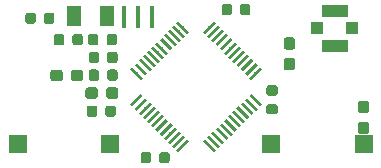
<source format=gtp>
G04 #@! TF.GenerationSoftware,KiCad,Pcbnew,6.0.0-rc1-unknown-a6325aa~66~ubuntu18.04.1*
G04 #@! TF.CreationDate,2018-09-11T11:38:00+02:00*
G04 #@! TF.ProjectId,STM32_Sensor,53544D33325F53656E736F722E6B6963,rev?*
G04 #@! TF.SameCoordinates,Original*
G04 #@! TF.FileFunction,Paste,Top*
G04 #@! TF.FilePolarity,Positive*
%FSLAX46Y46*%
G04 Gerber Fmt 4.6, Leading zero omitted, Abs format (unit mm)*
G04 Created by KiCad (PCBNEW 6.0.0-rc1-unknown-a6325aa~66~ubuntu18.04.1) date Tue Sep 11 11:38:00 2018*
%MOMM*%
%LPD*%
G01*
G04 APERTURE LIST*
%ADD10R,1.500000X1.500000*%
%ADD11C,0.100000*%
%ADD12C,0.950000*%
%ADD13R,0.400000X1.900000*%
%ADD14C,0.875000*%
%ADD15C,0.250000*%
%ADD16R,1.300000X1.800000*%
%ADD17R,2.200000X1.050000*%
%ADD18R,1.000000X1.000000*%
G04 APERTURE END LIST*
D10*
G04 #@! TO.C,SW2*
X159300000Y-105600000D03*
X151500000Y-105600000D03*
G04 #@! TD*
D11*
G04 #@! TO.C,R4*
G36*
X133625779Y-99306144D02*
X133648834Y-99309563D01*
X133671443Y-99315227D01*
X133693387Y-99323079D01*
X133714457Y-99333044D01*
X133734448Y-99345026D01*
X133753168Y-99358910D01*
X133770438Y-99374562D01*
X133786090Y-99391832D01*
X133799974Y-99410552D01*
X133811956Y-99430543D01*
X133821921Y-99451613D01*
X133829773Y-99473557D01*
X133835437Y-99496166D01*
X133838856Y-99519221D01*
X133840000Y-99542500D01*
X133840000Y-100017500D01*
X133838856Y-100040779D01*
X133835437Y-100063834D01*
X133829773Y-100086443D01*
X133821921Y-100108387D01*
X133811956Y-100129457D01*
X133799974Y-100149448D01*
X133786090Y-100168168D01*
X133770438Y-100185438D01*
X133753168Y-100201090D01*
X133734448Y-100214974D01*
X133714457Y-100226956D01*
X133693387Y-100236921D01*
X133671443Y-100244773D01*
X133648834Y-100250437D01*
X133625779Y-100253856D01*
X133602500Y-100255000D01*
X133027500Y-100255000D01*
X133004221Y-100253856D01*
X132981166Y-100250437D01*
X132958557Y-100244773D01*
X132936613Y-100236921D01*
X132915543Y-100226956D01*
X132895552Y-100214974D01*
X132876832Y-100201090D01*
X132859562Y-100185438D01*
X132843910Y-100168168D01*
X132830026Y-100149448D01*
X132818044Y-100129457D01*
X132808079Y-100108387D01*
X132800227Y-100086443D01*
X132794563Y-100063834D01*
X132791144Y-100040779D01*
X132790000Y-100017500D01*
X132790000Y-99542500D01*
X132791144Y-99519221D01*
X132794563Y-99496166D01*
X132800227Y-99473557D01*
X132808079Y-99451613D01*
X132818044Y-99430543D01*
X132830026Y-99410552D01*
X132843910Y-99391832D01*
X132859562Y-99374562D01*
X132876832Y-99358910D01*
X132895552Y-99345026D01*
X132915543Y-99333044D01*
X132936613Y-99323079D01*
X132958557Y-99315227D01*
X132981166Y-99309563D01*
X133004221Y-99306144D01*
X133027500Y-99305000D01*
X133602500Y-99305000D01*
X133625779Y-99306144D01*
X133625779Y-99306144D01*
G37*
D12*
X133315000Y-99780000D03*
D11*
G36*
X135375779Y-99306144D02*
X135398834Y-99309563D01*
X135421443Y-99315227D01*
X135443387Y-99323079D01*
X135464457Y-99333044D01*
X135484448Y-99345026D01*
X135503168Y-99358910D01*
X135520438Y-99374562D01*
X135536090Y-99391832D01*
X135549974Y-99410552D01*
X135561956Y-99430543D01*
X135571921Y-99451613D01*
X135579773Y-99473557D01*
X135585437Y-99496166D01*
X135588856Y-99519221D01*
X135590000Y-99542500D01*
X135590000Y-100017500D01*
X135588856Y-100040779D01*
X135585437Y-100063834D01*
X135579773Y-100086443D01*
X135571921Y-100108387D01*
X135561956Y-100129457D01*
X135549974Y-100149448D01*
X135536090Y-100168168D01*
X135520438Y-100185438D01*
X135503168Y-100201090D01*
X135484448Y-100214974D01*
X135464457Y-100226956D01*
X135443387Y-100236921D01*
X135421443Y-100244773D01*
X135398834Y-100250437D01*
X135375779Y-100253856D01*
X135352500Y-100255000D01*
X134777500Y-100255000D01*
X134754221Y-100253856D01*
X134731166Y-100250437D01*
X134708557Y-100244773D01*
X134686613Y-100236921D01*
X134665543Y-100226956D01*
X134645552Y-100214974D01*
X134626832Y-100201090D01*
X134609562Y-100185438D01*
X134593910Y-100168168D01*
X134580026Y-100149448D01*
X134568044Y-100129457D01*
X134558079Y-100108387D01*
X134550227Y-100086443D01*
X134544563Y-100063834D01*
X134541144Y-100040779D01*
X134540000Y-100017500D01*
X134540000Y-99542500D01*
X134541144Y-99519221D01*
X134544563Y-99496166D01*
X134550227Y-99473557D01*
X134558079Y-99451613D01*
X134568044Y-99430543D01*
X134580026Y-99410552D01*
X134593910Y-99391832D01*
X134609562Y-99374562D01*
X134626832Y-99358910D01*
X134645552Y-99345026D01*
X134665543Y-99333044D01*
X134686613Y-99323079D01*
X134708557Y-99315227D01*
X134731166Y-99309563D01*
X134754221Y-99306144D01*
X134777500Y-99305000D01*
X135352500Y-99305000D01*
X135375779Y-99306144D01*
X135375779Y-99306144D01*
G37*
D12*
X135065000Y-99780000D03*
G04 #@! TD*
D11*
G04 #@! TO.C,R1*
G36*
X136585779Y-100796144D02*
X136608834Y-100799563D01*
X136631443Y-100805227D01*
X136653387Y-100813079D01*
X136674457Y-100823044D01*
X136694448Y-100835026D01*
X136713168Y-100848910D01*
X136730438Y-100864562D01*
X136746090Y-100881832D01*
X136759974Y-100900552D01*
X136771956Y-100920543D01*
X136781921Y-100941613D01*
X136789773Y-100963557D01*
X136795437Y-100986166D01*
X136798856Y-101009221D01*
X136800000Y-101032500D01*
X136800000Y-101507500D01*
X136798856Y-101530779D01*
X136795437Y-101553834D01*
X136789773Y-101576443D01*
X136781921Y-101598387D01*
X136771956Y-101619457D01*
X136759974Y-101639448D01*
X136746090Y-101658168D01*
X136730438Y-101675438D01*
X136713168Y-101691090D01*
X136694448Y-101704974D01*
X136674457Y-101716956D01*
X136653387Y-101726921D01*
X136631443Y-101734773D01*
X136608834Y-101740437D01*
X136585779Y-101743856D01*
X136562500Y-101745000D01*
X135987500Y-101745000D01*
X135964221Y-101743856D01*
X135941166Y-101740437D01*
X135918557Y-101734773D01*
X135896613Y-101726921D01*
X135875543Y-101716956D01*
X135855552Y-101704974D01*
X135836832Y-101691090D01*
X135819562Y-101675438D01*
X135803910Y-101658168D01*
X135790026Y-101639448D01*
X135778044Y-101619457D01*
X135768079Y-101598387D01*
X135760227Y-101576443D01*
X135754563Y-101553834D01*
X135751144Y-101530779D01*
X135750000Y-101507500D01*
X135750000Y-101032500D01*
X135751144Y-101009221D01*
X135754563Y-100986166D01*
X135760227Y-100963557D01*
X135768079Y-100941613D01*
X135778044Y-100920543D01*
X135790026Y-100900552D01*
X135803910Y-100881832D01*
X135819562Y-100864562D01*
X135836832Y-100848910D01*
X135855552Y-100835026D01*
X135875543Y-100823044D01*
X135896613Y-100813079D01*
X135918557Y-100805227D01*
X135941166Y-100799563D01*
X135964221Y-100796144D01*
X135987500Y-100795000D01*
X136562500Y-100795000D01*
X136585779Y-100796144D01*
X136585779Y-100796144D01*
G37*
D12*
X136275000Y-101270000D03*
D11*
G36*
X138335779Y-100796144D02*
X138358834Y-100799563D01*
X138381443Y-100805227D01*
X138403387Y-100813079D01*
X138424457Y-100823044D01*
X138444448Y-100835026D01*
X138463168Y-100848910D01*
X138480438Y-100864562D01*
X138496090Y-100881832D01*
X138509974Y-100900552D01*
X138521956Y-100920543D01*
X138531921Y-100941613D01*
X138539773Y-100963557D01*
X138545437Y-100986166D01*
X138548856Y-101009221D01*
X138550000Y-101032500D01*
X138550000Y-101507500D01*
X138548856Y-101530779D01*
X138545437Y-101553834D01*
X138539773Y-101576443D01*
X138531921Y-101598387D01*
X138521956Y-101619457D01*
X138509974Y-101639448D01*
X138496090Y-101658168D01*
X138480438Y-101675438D01*
X138463168Y-101691090D01*
X138444448Y-101704974D01*
X138424457Y-101716956D01*
X138403387Y-101726921D01*
X138381443Y-101734773D01*
X138358834Y-101740437D01*
X138335779Y-101743856D01*
X138312500Y-101745000D01*
X137737500Y-101745000D01*
X137714221Y-101743856D01*
X137691166Y-101740437D01*
X137668557Y-101734773D01*
X137646613Y-101726921D01*
X137625543Y-101716956D01*
X137605552Y-101704974D01*
X137586832Y-101691090D01*
X137569562Y-101675438D01*
X137553910Y-101658168D01*
X137540026Y-101639448D01*
X137528044Y-101619457D01*
X137518079Y-101598387D01*
X137510227Y-101576443D01*
X137504563Y-101553834D01*
X137501144Y-101530779D01*
X137500000Y-101507500D01*
X137500000Y-101032500D01*
X137501144Y-101009221D01*
X137504563Y-100986166D01*
X137510227Y-100963557D01*
X137518079Y-100941613D01*
X137528044Y-100920543D01*
X137540026Y-100900552D01*
X137553910Y-100881832D01*
X137569562Y-100864562D01*
X137586832Y-100848910D01*
X137605552Y-100835026D01*
X137625543Y-100823044D01*
X137646613Y-100813079D01*
X137668557Y-100805227D01*
X137691166Y-100799563D01*
X137714221Y-100796144D01*
X137737500Y-100795000D01*
X138312500Y-100795000D01*
X138335779Y-100796144D01*
X138335779Y-100796144D01*
G37*
D12*
X138025000Y-101270000D03*
G04 #@! TD*
D11*
G04 #@! TO.C,R2*
G36*
X159570779Y-103681144D02*
X159593834Y-103684563D01*
X159616443Y-103690227D01*
X159638387Y-103698079D01*
X159659457Y-103708044D01*
X159679448Y-103720026D01*
X159698168Y-103733910D01*
X159715438Y-103749562D01*
X159731090Y-103766832D01*
X159744974Y-103785552D01*
X159756956Y-103805543D01*
X159766921Y-103826613D01*
X159774773Y-103848557D01*
X159780437Y-103871166D01*
X159783856Y-103894221D01*
X159785000Y-103917500D01*
X159785000Y-104492500D01*
X159783856Y-104515779D01*
X159780437Y-104538834D01*
X159774773Y-104561443D01*
X159766921Y-104583387D01*
X159756956Y-104604457D01*
X159744974Y-104624448D01*
X159731090Y-104643168D01*
X159715438Y-104660438D01*
X159698168Y-104676090D01*
X159679448Y-104689974D01*
X159659457Y-104701956D01*
X159638387Y-104711921D01*
X159616443Y-104719773D01*
X159593834Y-104725437D01*
X159570779Y-104728856D01*
X159547500Y-104730000D01*
X159072500Y-104730000D01*
X159049221Y-104728856D01*
X159026166Y-104725437D01*
X159003557Y-104719773D01*
X158981613Y-104711921D01*
X158960543Y-104701956D01*
X158940552Y-104689974D01*
X158921832Y-104676090D01*
X158904562Y-104660438D01*
X158888910Y-104643168D01*
X158875026Y-104624448D01*
X158863044Y-104604457D01*
X158853079Y-104583387D01*
X158845227Y-104561443D01*
X158839563Y-104538834D01*
X158836144Y-104515779D01*
X158835000Y-104492500D01*
X158835000Y-103917500D01*
X158836144Y-103894221D01*
X158839563Y-103871166D01*
X158845227Y-103848557D01*
X158853079Y-103826613D01*
X158863044Y-103805543D01*
X158875026Y-103785552D01*
X158888910Y-103766832D01*
X158904562Y-103749562D01*
X158921832Y-103733910D01*
X158940552Y-103720026D01*
X158960543Y-103708044D01*
X158981613Y-103698079D01*
X159003557Y-103690227D01*
X159026166Y-103684563D01*
X159049221Y-103681144D01*
X159072500Y-103680000D01*
X159547500Y-103680000D01*
X159570779Y-103681144D01*
X159570779Y-103681144D01*
G37*
D12*
X159310000Y-104205000D03*
D11*
G36*
X159570779Y-101931144D02*
X159593834Y-101934563D01*
X159616443Y-101940227D01*
X159638387Y-101948079D01*
X159659457Y-101958044D01*
X159679448Y-101970026D01*
X159698168Y-101983910D01*
X159715438Y-101999562D01*
X159731090Y-102016832D01*
X159744974Y-102035552D01*
X159756956Y-102055543D01*
X159766921Y-102076613D01*
X159774773Y-102098557D01*
X159780437Y-102121166D01*
X159783856Y-102144221D01*
X159785000Y-102167500D01*
X159785000Y-102742500D01*
X159783856Y-102765779D01*
X159780437Y-102788834D01*
X159774773Y-102811443D01*
X159766921Y-102833387D01*
X159756956Y-102854457D01*
X159744974Y-102874448D01*
X159731090Y-102893168D01*
X159715438Y-102910438D01*
X159698168Y-102926090D01*
X159679448Y-102939974D01*
X159659457Y-102951956D01*
X159638387Y-102961921D01*
X159616443Y-102969773D01*
X159593834Y-102975437D01*
X159570779Y-102978856D01*
X159547500Y-102980000D01*
X159072500Y-102980000D01*
X159049221Y-102978856D01*
X159026166Y-102975437D01*
X159003557Y-102969773D01*
X158981613Y-102961921D01*
X158960543Y-102951956D01*
X158940552Y-102939974D01*
X158921832Y-102926090D01*
X158904562Y-102910438D01*
X158888910Y-102893168D01*
X158875026Y-102874448D01*
X158863044Y-102854457D01*
X158853079Y-102833387D01*
X158845227Y-102811443D01*
X158839563Y-102788834D01*
X158836144Y-102765779D01*
X158835000Y-102742500D01*
X158835000Y-102167500D01*
X158836144Y-102144221D01*
X158839563Y-102121166D01*
X158845227Y-102098557D01*
X158853079Y-102076613D01*
X158863044Y-102055543D01*
X158875026Y-102035552D01*
X158888910Y-102016832D01*
X158904562Y-101999562D01*
X158921832Y-101983910D01*
X158940552Y-101970026D01*
X158960543Y-101958044D01*
X158981613Y-101948079D01*
X159003557Y-101940227D01*
X159026166Y-101934563D01*
X159049221Y-101931144D01*
X159072500Y-101930000D01*
X159547500Y-101930000D01*
X159570779Y-101931144D01*
X159570779Y-101931144D01*
G37*
D12*
X159310000Y-102455000D03*
G04 #@! TD*
D13*
G04 #@! TO.C,Y2*
X141430000Y-94860000D03*
X140230000Y-94860000D03*
X139030000Y-94860000D03*
G04 #@! TD*
D10*
G04 #@! TO.C,SW1*
X137840000Y-105600000D03*
X130040000Y-105600000D03*
G04 #@! TD*
D11*
G04 #@! TO.C,C1*
G36*
X136552691Y-102326053D02*
X136573926Y-102329203D01*
X136594750Y-102334419D01*
X136614962Y-102341651D01*
X136634368Y-102350830D01*
X136652781Y-102361866D01*
X136670024Y-102374654D01*
X136685930Y-102389070D01*
X136700346Y-102404976D01*
X136713134Y-102422219D01*
X136724170Y-102440632D01*
X136733349Y-102460038D01*
X136740581Y-102480250D01*
X136745797Y-102501074D01*
X136748947Y-102522309D01*
X136750000Y-102543750D01*
X136750000Y-103056250D01*
X136748947Y-103077691D01*
X136745797Y-103098926D01*
X136740581Y-103119750D01*
X136733349Y-103139962D01*
X136724170Y-103159368D01*
X136713134Y-103177781D01*
X136700346Y-103195024D01*
X136685930Y-103210930D01*
X136670024Y-103225346D01*
X136652781Y-103238134D01*
X136634368Y-103249170D01*
X136614962Y-103258349D01*
X136594750Y-103265581D01*
X136573926Y-103270797D01*
X136552691Y-103273947D01*
X136531250Y-103275000D01*
X136093750Y-103275000D01*
X136072309Y-103273947D01*
X136051074Y-103270797D01*
X136030250Y-103265581D01*
X136010038Y-103258349D01*
X135990632Y-103249170D01*
X135972219Y-103238134D01*
X135954976Y-103225346D01*
X135939070Y-103210930D01*
X135924654Y-103195024D01*
X135911866Y-103177781D01*
X135900830Y-103159368D01*
X135891651Y-103139962D01*
X135884419Y-103119750D01*
X135879203Y-103098926D01*
X135876053Y-103077691D01*
X135875000Y-103056250D01*
X135875000Y-102543750D01*
X135876053Y-102522309D01*
X135879203Y-102501074D01*
X135884419Y-102480250D01*
X135891651Y-102460038D01*
X135900830Y-102440632D01*
X135911866Y-102422219D01*
X135924654Y-102404976D01*
X135939070Y-102389070D01*
X135954976Y-102374654D01*
X135972219Y-102361866D01*
X135990632Y-102350830D01*
X136010038Y-102341651D01*
X136030250Y-102334419D01*
X136051074Y-102329203D01*
X136072309Y-102326053D01*
X136093750Y-102325000D01*
X136531250Y-102325000D01*
X136552691Y-102326053D01*
X136552691Y-102326053D01*
G37*
D14*
X136312500Y-102800000D03*
D11*
G36*
X138127691Y-102326053D02*
X138148926Y-102329203D01*
X138169750Y-102334419D01*
X138189962Y-102341651D01*
X138209368Y-102350830D01*
X138227781Y-102361866D01*
X138245024Y-102374654D01*
X138260930Y-102389070D01*
X138275346Y-102404976D01*
X138288134Y-102422219D01*
X138299170Y-102440632D01*
X138308349Y-102460038D01*
X138315581Y-102480250D01*
X138320797Y-102501074D01*
X138323947Y-102522309D01*
X138325000Y-102543750D01*
X138325000Y-103056250D01*
X138323947Y-103077691D01*
X138320797Y-103098926D01*
X138315581Y-103119750D01*
X138308349Y-103139962D01*
X138299170Y-103159368D01*
X138288134Y-103177781D01*
X138275346Y-103195024D01*
X138260930Y-103210930D01*
X138245024Y-103225346D01*
X138227781Y-103238134D01*
X138209368Y-103249170D01*
X138189962Y-103258349D01*
X138169750Y-103265581D01*
X138148926Y-103270797D01*
X138127691Y-103273947D01*
X138106250Y-103275000D01*
X137668750Y-103275000D01*
X137647309Y-103273947D01*
X137626074Y-103270797D01*
X137605250Y-103265581D01*
X137585038Y-103258349D01*
X137565632Y-103249170D01*
X137547219Y-103238134D01*
X137529976Y-103225346D01*
X137514070Y-103210930D01*
X137499654Y-103195024D01*
X137486866Y-103177781D01*
X137475830Y-103159368D01*
X137466651Y-103139962D01*
X137459419Y-103119750D01*
X137454203Y-103098926D01*
X137451053Y-103077691D01*
X137450000Y-103056250D01*
X137450000Y-102543750D01*
X137451053Y-102522309D01*
X137454203Y-102501074D01*
X137459419Y-102480250D01*
X137466651Y-102460038D01*
X137475830Y-102440632D01*
X137486866Y-102422219D01*
X137499654Y-102404976D01*
X137514070Y-102389070D01*
X137529976Y-102374654D01*
X137547219Y-102361866D01*
X137565632Y-102350830D01*
X137585038Y-102341651D01*
X137605250Y-102334419D01*
X137626074Y-102329203D01*
X137647309Y-102326053D01*
X137668750Y-102325000D01*
X138106250Y-102325000D01*
X138127691Y-102326053D01*
X138127691Y-102326053D01*
G37*
D14*
X137887500Y-102800000D03*
G04 #@! TD*
D11*
G04 #@! TO.C,C2*
G36*
X151827691Y-100626053D02*
X151848926Y-100629203D01*
X151869750Y-100634419D01*
X151889962Y-100641651D01*
X151909368Y-100650830D01*
X151927781Y-100661866D01*
X151945024Y-100674654D01*
X151960930Y-100689070D01*
X151975346Y-100704976D01*
X151988134Y-100722219D01*
X151999170Y-100740632D01*
X152008349Y-100760038D01*
X152015581Y-100780250D01*
X152020797Y-100801074D01*
X152023947Y-100822309D01*
X152025000Y-100843750D01*
X152025000Y-101281250D01*
X152023947Y-101302691D01*
X152020797Y-101323926D01*
X152015581Y-101344750D01*
X152008349Y-101364962D01*
X151999170Y-101384368D01*
X151988134Y-101402781D01*
X151975346Y-101420024D01*
X151960930Y-101435930D01*
X151945024Y-101450346D01*
X151927781Y-101463134D01*
X151909368Y-101474170D01*
X151889962Y-101483349D01*
X151869750Y-101490581D01*
X151848926Y-101495797D01*
X151827691Y-101498947D01*
X151806250Y-101500000D01*
X151293750Y-101500000D01*
X151272309Y-101498947D01*
X151251074Y-101495797D01*
X151230250Y-101490581D01*
X151210038Y-101483349D01*
X151190632Y-101474170D01*
X151172219Y-101463134D01*
X151154976Y-101450346D01*
X151139070Y-101435930D01*
X151124654Y-101420024D01*
X151111866Y-101402781D01*
X151100830Y-101384368D01*
X151091651Y-101364962D01*
X151084419Y-101344750D01*
X151079203Y-101323926D01*
X151076053Y-101302691D01*
X151075000Y-101281250D01*
X151075000Y-100843750D01*
X151076053Y-100822309D01*
X151079203Y-100801074D01*
X151084419Y-100780250D01*
X151091651Y-100760038D01*
X151100830Y-100740632D01*
X151111866Y-100722219D01*
X151124654Y-100704976D01*
X151139070Y-100689070D01*
X151154976Y-100674654D01*
X151172219Y-100661866D01*
X151190632Y-100650830D01*
X151210038Y-100641651D01*
X151230250Y-100634419D01*
X151251074Y-100629203D01*
X151272309Y-100626053D01*
X151293750Y-100625000D01*
X151806250Y-100625000D01*
X151827691Y-100626053D01*
X151827691Y-100626053D01*
G37*
D14*
X151550000Y-101062500D03*
D11*
G36*
X151827691Y-102201053D02*
X151848926Y-102204203D01*
X151869750Y-102209419D01*
X151889962Y-102216651D01*
X151909368Y-102225830D01*
X151927781Y-102236866D01*
X151945024Y-102249654D01*
X151960930Y-102264070D01*
X151975346Y-102279976D01*
X151988134Y-102297219D01*
X151999170Y-102315632D01*
X152008349Y-102335038D01*
X152015581Y-102355250D01*
X152020797Y-102376074D01*
X152023947Y-102397309D01*
X152025000Y-102418750D01*
X152025000Y-102856250D01*
X152023947Y-102877691D01*
X152020797Y-102898926D01*
X152015581Y-102919750D01*
X152008349Y-102939962D01*
X151999170Y-102959368D01*
X151988134Y-102977781D01*
X151975346Y-102995024D01*
X151960930Y-103010930D01*
X151945024Y-103025346D01*
X151927781Y-103038134D01*
X151909368Y-103049170D01*
X151889962Y-103058349D01*
X151869750Y-103065581D01*
X151848926Y-103070797D01*
X151827691Y-103073947D01*
X151806250Y-103075000D01*
X151293750Y-103075000D01*
X151272309Y-103073947D01*
X151251074Y-103070797D01*
X151230250Y-103065581D01*
X151210038Y-103058349D01*
X151190632Y-103049170D01*
X151172219Y-103038134D01*
X151154976Y-103025346D01*
X151139070Y-103010930D01*
X151124654Y-102995024D01*
X151111866Y-102977781D01*
X151100830Y-102959368D01*
X151091651Y-102939962D01*
X151084419Y-102919750D01*
X151079203Y-102898926D01*
X151076053Y-102877691D01*
X151075000Y-102856250D01*
X151075000Y-102418750D01*
X151076053Y-102397309D01*
X151079203Y-102376074D01*
X151084419Y-102355250D01*
X151091651Y-102335038D01*
X151100830Y-102315632D01*
X151111866Y-102297219D01*
X151124654Y-102279976D01*
X151139070Y-102264070D01*
X151154976Y-102249654D01*
X151172219Y-102236866D01*
X151190632Y-102225830D01*
X151210038Y-102216651D01*
X151230250Y-102209419D01*
X151251074Y-102204203D01*
X151272309Y-102201053D01*
X151293750Y-102200000D01*
X151806250Y-102200000D01*
X151827691Y-102201053D01*
X151827691Y-102201053D01*
G37*
D14*
X151550000Y-102637500D03*
G04 #@! TD*
D11*
G04 #@! TO.C,C3*
G36*
X147952691Y-93726053D02*
X147973926Y-93729203D01*
X147994750Y-93734419D01*
X148014962Y-93741651D01*
X148034368Y-93750830D01*
X148052781Y-93761866D01*
X148070024Y-93774654D01*
X148085930Y-93789070D01*
X148100346Y-93804976D01*
X148113134Y-93822219D01*
X148124170Y-93840632D01*
X148133349Y-93860038D01*
X148140581Y-93880250D01*
X148145797Y-93901074D01*
X148148947Y-93922309D01*
X148150000Y-93943750D01*
X148150000Y-94456250D01*
X148148947Y-94477691D01*
X148145797Y-94498926D01*
X148140581Y-94519750D01*
X148133349Y-94539962D01*
X148124170Y-94559368D01*
X148113134Y-94577781D01*
X148100346Y-94595024D01*
X148085930Y-94610930D01*
X148070024Y-94625346D01*
X148052781Y-94638134D01*
X148034368Y-94649170D01*
X148014962Y-94658349D01*
X147994750Y-94665581D01*
X147973926Y-94670797D01*
X147952691Y-94673947D01*
X147931250Y-94675000D01*
X147493750Y-94675000D01*
X147472309Y-94673947D01*
X147451074Y-94670797D01*
X147430250Y-94665581D01*
X147410038Y-94658349D01*
X147390632Y-94649170D01*
X147372219Y-94638134D01*
X147354976Y-94625346D01*
X147339070Y-94610930D01*
X147324654Y-94595024D01*
X147311866Y-94577781D01*
X147300830Y-94559368D01*
X147291651Y-94539962D01*
X147284419Y-94519750D01*
X147279203Y-94498926D01*
X147276053Y-94477691D01*
X147275000Y-94456250D01*
X147275000Y-93943750D01*
X147276053Y-93922309D01*
X147279203Y-93901074D01*
X147284419Y-93880250D01*
X147291651Y-93860038D01*
X147300830Y-93840632D01*
X147311866Y-93822219D01*
X147324654Y-93804976D01*
X147339070Y-93789070D01*
X147354976Y-93774654D01*
X147372219Y-93761866D01*
X147390632Y-93750830D01*
X147410038Y-93741651D01*
X147430250Y-93734419D01*
X147451074Y-93729203D01*
X147472309Y-93726053D01*
X147493750Y-93725000D01*
X147931250Y-93725000D01*
X147952691Y-93726053D01*
X147952691Y-93726053D01*
G37*
D14*
X147712500Y-94200000D03*
D11*
G36*
X149527691Y-93726053D02*
X149548926Y-93729203D01*
X149569750Y-93734419D01*
X149589962Y-93741651D01*
X149609368Y-93750830D01*
X149627781Y-93761866D01*
X149645024Y-93774654D01*
X149660930Y-93789070D01*
X149675346Y-93804976D01*
X149688134Y-93822219D01*
X149699170Y-93840632D01*
X149708349Y-93860038D01*
X149715581Y-93880250D01*
X149720797Y-93901074D01*
X149723947Y-93922309D01*
X149725000Y-93943750D01*
X149725000Y-94456250D01*
X149723947Y-94477691D01*
X149720797Y-94498926D01*
X149715581Y-94519750D01*
X149708349Y-94539962D01*
X149699170Y-94559368D01*
X149688134Y-94577781D01*
X149675346Y-94595024D01*
X149660930Y-94610930D01*
X149645024Y-94625346D01*
X149627781Y-94638134D01*
X149609368Y-94649170D01*
X149589962Y-94658349D01*
X149569750Y-94665581D01*
X149548926Y-94670797D01*
X149527691Y-94673947D01*
X149506250Y-94675000D01*
X149068750Y-94675000D01*
X149047309Y-94673947D01*
X149026074Y-94670797D01*
X149005250Y-94665581D01*
X148985038Y-94658349D01*
X148965632Y-94649170D01*
X148947219Y-94638134D01*
X148929976Y-94625346D01*
X148914070Y-94610930D01*
X148899654Y-94595024D01*
X148886866Y-94577781D01*
X148875830Y-94559368D01*
X148866651Y-94539962D01*
X148859419Y-94519750D01*
X148854203Y-94498926D01*
X148851053Y-94477691D01*
X148850000Y-94456250D01*
X148850000Y-93943750D01*
X148851053Y-93922309D01*
X148854203Y-93901074D01*
X148859419Y-93880250D01*
X148866651Y-93860038D01*
X148875830Y-93840632D01*
X148886866Y-93822219D01*
X148899654Y-93804976D01*
X148914070Y-93789070D01*
X148929976Y-93774654D01*
X148947219Y-93761866D01*
X148965632Y-93750830D01*
X148985038Y-93741651D01*
X149005250Y-93734419D01*
X149026074Y-93729203D01*
X149047309Y-93726053D01*
X149068750Y-93725000D01*
X149506250Y-93725000D01*
X149527691Y-93726053D01*
X149527691Y-93726053D01*
G37*
D14*
X149287500Y-94200000D03*
G04 #@! TD*
D11*
G04 #@! TO.C,C4*
G36*
X141102691Y-106276053D02*
X141123926Y-106279203D01*
X141144750Y-106284419D01*
X141164962Y-106291651D01*
X141184368Y-106300830D01*
X141202781Y-106311866D01*
X141220024Y-106324654D01*
X141235930Y-106339070D01*
X141250346Y-106354976D01*
X141263134Y-106372219D01*
X141274170Y-106390632D01*
X141283349Y-106410038D01*
X141290581Y-106430250D01*
X141295797Y-106451074D01*
X141298947Y-106472309D01*
X141300000Y-106493750D01*
X141300000Y-107006250D01*
X141298947Y-107027691D01*
X141295797Y-107048926D01*
X141290581Y-107069750D01*
X141283349Y-107089962D01*
X141274170Y-107109368D01*
X141263134Y-107127781D01*
X141250346Y-107145024D01*
X141235930Y-107160930D01*
X141220024Y-107175346D01*
X141202781Y-107188134D01*
X141184368Y-107199170D01*
X141164962Y-107208349D01*
X141144750Y-107215581D01*
X141123926Y-107220797D01*
X141102691Y-107223947D01*
X141081250Y-107225000D01*
X140643750Y-107225000D01*
X140622309Y-107223947D01*
X140601074Y-107220797D01*
X140580250Y-107215581D01*
X140560038Y-107208349D01*
X140540632Y-107199170D01*
X140522219Y-107188134D01*
X140504976Y-107175346D01*
X140489070Y-107160930D01*
X140474654Y-107145024D01*
X140461866Y-107127781D01*
X140450830Y-107109368D01*
X140441651Y-107089962D01*
X140434419Y-107069750D01*
X140429203Y-107048926D01*
X140426053Y-107027691D01*
X140425000Y-107006250D01*
X140425000Y-106493750D01*
X140426053Y-106472309D01*
X140429203Y-106451074D01*
X140434419Y-106430250D01*
X140441651Y-106410038D01*
X140450830Y-106390632D01*
X140461866Y-106372219D01*
X140474654Y-106354976D01*
X140489070Y-106339070D01*
X140504976Y-106324654D01*
X140522219Y-106311866D01*
X140540632Y-106300830D01*
X140560038Y-106291651D01*
X140580250Y-106284419D01*
X140601074Y-106279203D01*
X140622309Y-106276053D01*
X140643750Y-106275000D01*
X141081250Y-106275000D01*
X141102691Y-106276053D01*
X141102691Y-106276053D01*
G37*
D14*
X140862500Y-106750000D03*
D11*
G36*
X142677691Y-106276053D02*
X142698926Y-106279203D01*
X142719750Y-106284419D01*
X142739962Y-106291651D01*
X142759368Y-106300830D01*
X142777781Y-106311866D01*
X142795024Y-106324654D01*
X142810930Y-106339070D01*
X142825346Y-106354976D01*
X142838134Y-106372219D01*
X142849170Y-106390632D01*
X142858349Y-106410038D01*
X142865581Y-106430250D01*
X142870797Y-106451074D01*
X142873947Y-106472309D01*
X142875000Y-106493750D01*
X142875000Y-107006250D01*
X142873947Y-107027691D01*
X142870797Y-107048926D01*
X142865581Y-107069750D01*
X142858349Y-107089962D01*
X142849170Y-107109368D01*
X142838134Y-107127781D01*
X142825346Y-107145024D01*
X142810930Y-107160930D01*
X142795024Y-107175346D01*
X142777781Y-107188134D01*
X142759368Y-107199170D01*
X142739962Y-107208349D01*
X142719750Y-107215581D01*
X142698926Y-107220797D01*
X142677691Y-107223947D01*
X142656250Y-107225000D01*
X142218750Y-107225000D01*
X142197309Y-107223947D01*
X142176074Y-107220797D01*
X142155250Y-107215581D01*
X142135038Y-107208349D01*
X142115632Y-107199170D01*
X142097219Y-107188134D01*
X142079976Y-107175346D01*
X142064070Y-107160930D01*
X142049654Y-107145024D01*
X142036866Y-107127781D01*
X142025830Y-107109368D01*
X142016651Y-107089962D01*
X142009419Y-107069750D01*
X142004203Y-107048926D01*
X142001053Y-107027691D01*
X142000000Y-107006250D01*
X142000000Y-106493750D01*
X142001053Y-106472309D01*
X142004203Y-106451074D01*
X142009419Y-106430250D01*
X142016651Y-106410038D01*
X142025830Y-106390632D01*
X142036866Y-106372219D01*
X142049654Y-106354976D01*
X142064070Y-106339070D01*
X142079976Y-106324654D01*
X142097219Y-106311866D01*
X142115632Y-106300830D01*
X142135038Y-106291651D01*
X142155250Y-106284419D01*
X142176074Y-106279203D01*
X142197309Y-106276053D01*
X142218750Y-106275000D01*
X142656250Y-106275000D01*
X142677691Y-106276053D01*
X142677691Y-106276053D01*
G37*
D14*
X142437500Y-106750000D03*
G04 #@! TD*
D11*
G04 #@! TO.C,C5*
G36*
X138277691Y-99276053D02*
X138298926Y-99279203D01*
X138319750Y-99284419D01*
X138339962Y-99291651D01*
X138359368Y-99300830D01*
X138377781Y-99311866D01*
X138395024Y-99324654D01*
X138410930Y-99339070D01*
X138425346Y-99354976D01*
X138438134Y-99372219D01*
X138449170Y-99390632D01*
X138458349Y-99410038D01*
X138465581Y-99430250D01*
X138470797Y-99451074D01*
X138473947Y-99472309D01*
X138475000Y-99493750D01*
X138475000Y-100006250D01*
X138473947Y-100027691D01*
X138470797Y-100048926D01*
X138465581Y-100069750D01*
X138458349Y-100089962D01*
X138449170Y-100109368D01*
X138438134Y-100127781D01*
X138425346Y-100145024D01*
X138410930Y-100160930D01*
X138395024Y-100175346D01*
X138377781Y-100188134D01*
X138359368Y-100199170D01*
X138339962Y-100208349D01*
X138319750Y-100215581D01*
X138298926Y-100220797D01*
X138277691Y-100223947D01*
X138256250Y-100225000D01*
X137818750Y-100225000D01*
X137797309Y-100223947D01*
X137776074Y-100220797D01*
X137755250Y-100215581D01*
X137735038Y-100208349D01*
X137715632Y-100199170D01*
X137697219Y-100188134D01*
X137679976Y-100175346D01*
X137664070Y-100160930D01*
X137649654Y-100145024D01*
X137636866Y-100127781D01*
X137625830Y-100109368D01*
X137616651Y-100089962D01*
X137609419Y-100069750D01*
X137604203Y-100048926D01*
X137601053Y-100027691D01*
X137600000Y-100006250D01*
X137600000Y-99493750D01*
X137601053Y-99472309D01*
X137604203Y-99451074D01*
X137609419Y-99430250D01*
X137616651Y-99410038D01*
X137625830Y-99390632D01*
X137636866Y-99372219D01*
X137649654Y-99354976D01*
X137664070Y-99339070D01*
X137679976Y-99324654D01*
X137697219Y-99311866D01*
X137715632Y-99300830D01*
X137735038Y-99291651D01*
X137755250Y-99284419D01*
X137776074Y-99279203D01*
X137797309Y-99276053D01*
X137818750Y-99275000D01*
X138256250Y-99275000D01*
X138277691Y-99276053D01*
X138277691Y-99276053D01*
G37*
D14*
X138037500Y-99750000D03*
D11*
G36*
X136702691Y-99276053D02*
X136723926Y-99279203D01*
X136744750Y-99284419D01*
X136764962Y-99291651D01*
X136784368Y-99300830D01*
X136802781Y-99311866D01*
X136820024Y-99324654D01*
X136835930Y-99339070D01*
X136850346Y-99354976D01*
X136863134Y-99372219D01*
X136874170Y-99390632D01*
X136883349Y-99410038D01*
X136890581Y-99430250D01*
X136895797Y-99451074D01*
X136898947Y-99472309D01*
X136900000Y-99493750D01*
X136900000Y-100006250D01*
X136898947Y-100027691D01*
X136895797Y-100048926D01*
X136890581Y-100069750D01*
X136883349Y-100089962D01*
X136874170Y-100109368D01*
X136863134Y-100127781D01*
X136850346Y-100145024D01*
X136835930Y-100160930D01*
X136820024Y-100175346D01*
X136802781Y-100188134D01*
X136784368Y-100199170D01*
X136764962Y-100208349D01*
X136744750Y-100215581D01*
X136723926Y-100220797D01*
X136702691Y-100223947D01*
X136681250Y-100225000D01*
X136243750Y-100225000D01*
X136222309Y-100223947D01*
X136201074Y-100220797D01*
X136180250Y-100215581D01*
X136160038Y-100208349D01*
X136140632Y-100199170D01*
X136122219Y-100188134D01*
X136104976Y-100175346D01*
X136089070Y-100160930D01*
X136074654Y-100145024D01*
X136061866Y-100127781D01*
X136050830Y-100109368D01*
X136041651Y-100089962D01*
X136034419Y-100069750D01*
X136029203Y-100048926D01*
X136026053Y-100027691D01*
X136025000Y-100006250D01*
X136025000Y-99493750D01*
X136026053Y-99472309D01*
X136029203Y-99451074D01*
X136034419Y-99430250D01*
X136041651Y-99410038D01*
X136050830Y-99390632D01*
X136061866Y-99372219D01*
X136074654Y-99354976D01*
X136089070Y-99339070D01*
X136104976Y-99324654D01*
X136122219Y-99311866D01*
X136140632Y-99300830D01*
X136160038Y-99291651D01*
X136180250Y-99284419D01*
X136201074Y-99279203D01*
X136222309Y-99276053D01*
X136243750Y-99275000D01*
X136681250Y-99275000D01*
X136702691Y-99276053D01*
X136702691Y-99276053D01*
G37*
D14*
X136462500Y-99750000D03*
G04 #@! TD*
D11*
G04 #@! TO.C,C6*
G36*
X138277691Y-97776053D02*
X138298926Y-97779203D01*
X138319750Y-97784419D01*
X138339962Y-97791651D01*
X138359368Y-97800830D01*
X138377781Y-97811866D01*
X138395024Y-97824654D01*
X138410930Y-97839070D01*
X138425346Y-97854976D01*
X138438134Y-97872219D01*
X138449170Y-97890632D01*
X138458349Y-97910038D01*
X138465581Y-97930250D01*
X138470797Y-97951074D01*
X138473947Y-97972309D01*
X138475000Y-97993750D01*
X138475000Y-98506250D01*
X138473947Y-98527691D01*
X138470797Y-98548926D01*
X138465581Y-98569750D01*
X138458349Y-98589962D01*
X138449170Y-98609368D01*
X138438134Y-98627781D01*
X138425346Y-98645024D01*
X138410930Y-98660930D01*
X138395024Y-98675346D01*
X138377781Y-98688134D01*
X138359368Y-98699170D01*
X138339962Y-98708349D01*
X138319750Y-98715581D01*
X138298926Y-98720797D01*
X138277691Y-98723947D01*
X138256250Y-98725000D01*
X137818750Y-98725000D01*
X137797309Y-98723947D01*
X137776074Y-98720797D01*
X137755250Y-98715581D01*
X137735038Y-98708349D01*
X137715632Y-98699170D01*
X137697219Y-98688134D01*
X137679976Y-98675346D01*
X137664070Y-98660930D01*
X137649654Y-98645024D01*
X137636866Y-98627781D01*
X137625830Y-98609368D01*
X137616651Y-98589962D01*
X137609419Y-98569750D01*
X137604203Y-98548926D01*
X137601053Y-98527691D01*
X137600000Y-98506250D01*
X137600000Y-97993750D01*
X137601053Y-97972309D01*
X137604203Y-97951074D01*
X137609419Y-97930250D01*
X137616651Y-97910038D01*
X137625830Y-97890632D01*
X137636866Y-97872219D01*
X137649654Y-97854976D01*
X137664070Y-97839070D01*
X137679976Y-97824654D01*
X137697219Y-97811866D01*
X137715632Y-97800830D01*
X137735038Y-97791651D01*
X137755250Y-97784419D01*
X137776074Y-97779203D01*
X137797309Y-97776053D01*
X137818750Y-97775000D01*
X138256250Y-97775000D01*
X138277691Y-97776053D01*
X138277691Y-97776053D01*
G37*
D14*
X138037500Y-98250000D03*
D11*
G36*
X136702691Y-97776053D02*
X136723926Y-97779203D01*
X136744750Y-97784419D01*
X136764962Y-97791651D01*
X136784368Y-97800830D01*
X136802781Y-97811866D01*
X136820024Y-97824654D01*
X136835930Y-97839070D01*
X136850346Y-97854976D01*
X136863134Y-97872219D01*
X136874170Y-97890632D01*
X136883349Y-97910038D01*
X136890581Y-97930250D01*
X136895797Y-97951074D01*
X136898947Y-97972309D01*
X136900000Y-97993750D01*
X136900000Y-98506250D01*
X136898947Y-98527691D01*
X136895797Y-98548926D01*
X136890581Y-98569750D01*
X136883349Y-98589962D01*
X136874170Y-98609368D01*
X136863134Y-98627781D01*
X136850346Y-98645024D01*
X136835930Y-98660930D01*
X136820024Y-98675346D01*
X136802781Y-98688134D01*
X136784368Y-98699170D01*
X136764962Y-98708349D01*
X136744750Y-98715581D01*
X136723926Y-98720797D01*
X136702691Y-98723947D01*
X136681250Y-98725000D01*
X136243750Y-98725000D01*
X136222309Y-98723947D01*
X136201074Y-98720797D01*
X136180250Y-98715581D01*
X136160038Y-98708349D01*
X136140632Y-98699170D01*
X136122219Y-98688134D01*
X136104976Y-98675346D01*
X136089070Y-98660930D01*
X136074654Y-98645024D01*
X136061866Y-98627781D01*
X136050830Y-98609368D01*
X136041651Y-98589962D01*
X136034419Y-98569750D01*
X136029203Y-98548926D01*
X136026053Y-98527691D01*
X136025000Y-98506250D01*
X136025000Y-97993750D01*
X136026053Y-97972309D01*
X136029203Y-97951074D01*
X136034419Y-97930250D01*
X136041651Y-97910038D01*
X136050830Y-97890632D01*
X136061866Y-97872219D01*
X136074654Y-97854976D01*
X136089070Y-97839070D01*
X136104976Y-97824654D01*
X136122219Y-97811866D01*
X136140632Y-97800830D01*
X136160038Y-97791651D01*
X136180250Y-97784419D01*
X136201074Y-97779203D01*
X136222309Y-97776053D01*
X136243750Y-97775000D01*
X136681250Y-97775000D01*
X136702691Y-97776053D01*
X136702691Y-97776053D01*
G37*
D14*
X136462500Y-98250000D03*
G04 #@! TD*
D11*
G04 #@! TO.C,C7*
G36*
X132927691Y-94456053D02*
X132948926Y-94459203D01*
X132969750Y-94464419D01*
X132989962Y-94471651D01*
X133009368Y-94480830D01*
X133027781Y-94491866D01*
X133045024Y-94504654D01*
X133060930Y-94519070D01*
X133075346Y-94534976D01*
X133088134Y-94552219D01*
X133099170Y-94570632D01*
X133108349Y-94590038D01*
X133115581Y-94610250D01*
X133120797Y-94631074D01*
X133123947Y-94652309D01*
X133125000Y-94673750D01*
X133125000Y-95186250D01*
X133123947Y-95207691D01*
X133120797Y-95228926D01*
X133115581Y-95249750D01*
X133108349Y-95269962D01*
X133099170Y-95289368D01*
X133088134Y-95307781D01*
X133075346Y-95325024D01*
X133060930Y-95340930D01*
X133045024Y-95355346D01*
X133027781Y-95368134D01*
X133009368Y-95379170D01*
X132989962Y-95388349D01*
X132969750Y-95395581D01*
X132948926Y-95400797D01*
X132927691Y-95403947D01*
X132906250Y-95405000D01*
X132468750Y-95405000D01*
X132447309Y-95403947D01*
X132426074Y-95400797D01*
X132405250Y-95395581D01*
X132385038Y-95388349D01*
X132365632Y-95379170D01*
X132347219Y-95368134D01*
X132329976Y-95355346D01*
X132314070Y-95340930D01*
X132299654Y-95325024D01*
X132286866Y-95307781D01*
X132275830Y-95289368D01*
X132266651Y-95269962D01*
X132259419Y-95249750D01*
X132254203Y-95228926D01*
X132251053Y-95207691D01*
X132250000Y-95186250D01*
X132250000Y-94673750D01*
X132251053Y-94652309D01*
X132254203Y-94631074D01*
X132259419Y-94610250D01*
X132266651Y-94590038D01*
X132275830Y-94570632D01*
X132286866Y-94552219D01*
X132299654Y-94534976D01*
X132314070Y-94519070D01*
X132329976Y-94504654D01*
X132347219Y-94491866D01*
X132365632Y-94480830D01*
X132385038Y-94471651D01*
X132405250Y-94464419D01*
X132426074Y-94459203D01*
X132447309Y-94456053D01*
X132468750Y-94455000D01*
X132906250Y-94455000D01*
X132927691Y-94456053D01*
X132927691Y-94456053D01*
G37*
D14*
X132687500Y-94930000D03*
D11*
G36*
X131352691Y-94456053D02*
X131373926Y-94459203D01*
X131394750Y-94464419D01*
X131414962Y-94471651D01*
X131434368Y-94480830D01*
X131452781Y-94491866D01*
X131470024Y-94504654D01*
X131485930Y-94519070D01*
X131500346Y-94534976D01*
X131513134Y-94552219D01*
X131524170Y-94570632D01*
X131533349Y-94590038D01*
X131540581Y-94610250D01*
X131545797Y-94631074D01*
X131548947Y-94652309D01*
X131550000Y-94673750D01*
X131550000Y-95186250D01*
X131548947Y-95207691D01*
X131545797Y-95228926D01*
X131540581Y-95249750D01*
X131533349Y-95269962D01*
X131524170Y-95289368D01*
X131513134Y-95307781D01*
X131500346Y-95325024D01*
X131485930Y-95340930D01*
X131470024Y-95355346D01*
X131452781Y-95368134D01*
X131434368Y-95379170D01*
X131414962Y-95388349D01*
X131394750Y-95395581D01*
X131373926Y-95400797D01*
X131352691Y-95403947D01*
X131331250Y-95405000D01*
X130893750Y-95405000D01*
X130872309Y-95403947D01*
X130851074Y-95400797D01*
X130830250Y-95395581D01*
X130810038Y-95388349D01*
X130790632Y-95379170D01*
X130772219Y-95368134D01*
X130754976Y-95355346D01*
X130739070Y-95340930D01*
X130724654Y-95325024D01*
X130711866Y-95307781D01*
X130700830Y-95289368D01*
X130691651Y-95269962D01*
X130684419Y-95249750D01*
X130679203Y-95228926D01*
X130676053Y-95207691D01*
X130675000Y-95186250D01*
X130675000Y-94673750D01*
X130676053Y-94652309D01*
X130679203Y-94631074D01*
X130684419Y-94610250D01*
X130691651Y-94590038D01*
X130700830Y-94570632D01*
X130711866Y-94552219D01*
X130724654Y-94534976D01*
X130739070Y-94519070D01*
X130754976Y-94504654D01*
X130772219Y-94491866D01*
X130790632Y-94480830D01*
X130810038Y-94471651D01*
X130830250Y-94464419D01*
X130851074Y-94459203D01*
X130872309Y-94456053D01*
X130893750Y-94455000D01*
X131331250Y-94455000D01*
X131352691Y-94456053D01*
X131352691Y-94456053D01*
G37*
D14*
X131112500Y-94930000D03*
G04 #@! TD*
D11*
G04 #@! TO.C,C8*
G36*
X135327691Y-96276053D02*
X135348926Y-96279203D01*
X135369750Y-96284419D01*
X135389962Y-96291651D01*
X135409368Y-96300830D01*
X135427781Y-96311866D01*
X135445024Y-96324654D01*
X135460930Y-96339070D01*
X135475346Y-96354976D01*
X135488134Y-96372219D01*
X135499170Y-96390632D01*
X135508349Y-96410038D01*
X135515581Y-96430250D01*
X135520797Y-96451074D01*
X135523947Y-96472309D01*
X135525000Y-96493750D01*
X135525000Y-97006250D01*
X135523947Y-97027691D01*
X135520797Y-97048926D01*
X135515581Y-97069750D01*
X135508349Y-97089962D01*
X135499170Y-97109368D01*
X135488134Y-97127781D01*
X135475346Y-97145024D01*
X135460930Y-97160930D01*
X135445024Y-97175346D01*
X135427781Y-97188134D01*
X135409368Y-97199170D01*
X135389962Y-97208349D01*
X135369750Y-97215581D01*
X135348926Y-97220797D01*
X135327691Y-97223947D01*
X135306250Y-97225000D01*
X134868750Y-97225000D01*
X134847309Y-97223947D01*
X134826074Y-97220797D01*
X134805250Y-97215581D01*
X134785038Y-97208349D01*
X134765632Y-97199170D01*
X134747219Y-97188134D01*
X134729976Y-97175346D01*
X134714070Y-97160930D01*
X134699654Y-97145024D01*
X134686866Y-97127781D01*
X134675830Y-97109368D01*
X134666651Y-97089962D01*
X134659419Y-97069750D01*
X134654203Y-97048926D01*
X134651053Y-97027691D01*
X134650000Y-97006250D01*
X134650000Y-96493750D01*
X134651053Y-96472309D01*
X134654203Y-96451074D01*
X134659419Y-96430250D01*
X134666651Y-96410038D01*
X134675830Y-96390632D01*
X134686866Y-96372219D01*
X134699654Y-96354976D01*
X134714070Y-96339070D01*
X134729976Y-96324654D01*
X134747219Y-96311866D01*
X134765632Y-96300830D01*
X134785038Y-96291651D01*
X134805250Y-96284419D01*
X134826074Y-96279203D01*
X134847309Y-96276053D01*
X134868750Y-96275000D01*
X135306250Y-96275000D01*
X135327691Y-96276053D01*
X135327691Y-96276053D01*
G37*
D14*
X135087500Y-96750000D03*
D11*
G36*
X133752691Y-96276053D02*
X133773926Y-96279203D01*
X133794750Y-96284419D01*
X133814962Y-96291651D01*
X133834368Y-96300830D01*
X133852781Y-96311866D01*
X133870024Y-96324654D01*
X133885930Y-96339070D01*
X133900346Y-96354976D01*
X133913134Y-96372219D01*
X133924170Y-96390632D01*
X133933349Y-96410038D01*
X133940581Y-96430250D01*
X133945797Y-96451074D01*
X133948947Y-96472309D01*
X133950000Y-96493750D01*
X133950000Y-97006250D01*
X133948947Y-97027691D01*
X133945797Y-97048926D01*
X133940581Y-97069750D01*
X133933349Y-97089962D01*
X133924170Y-97109368D01*
X133913134Y-97127781D01*
X133900346Y-97145024D01*
X133885930Y-97160930D01*
X133870024Y-97175346D01*
X133852781Y-97188134D01*
X133834368Y-97199170D01*
X133814962Y-97208349D01*
X133794750Y-97215581D01*
X133773926Y-97220797D01*
X133752691Y-97223947D01*
X133731250Y-97225000D01*
X133293750Y-97225000D01*
X133272309Y-97223947D01*
X133251074Y-97220797D01*
X133230250Y-97215581D01*
X133210038Y-97208349D01*
X133190632Y-97199170D01*
X133172219Y-97188134D01*
X133154976Y-97175346D01*
X133139070Y-97160930D01*
X133124654Y-97145024D01*
X133111866Y-97127781D01*
X133100830Y-97109368D01*
X133091651Y-97089962D01*
X133084419Y-97069750D01*
X133079203Y-97048926D01*
X133076053Y-97027691D01*
X133075000Y-97006250D01*
X133075000Y-96493750D01*
X133076053Y-96472309D01*
X133079203Y-96451074D01*
X133084419Y-96430250D01*
X133091651Y-96410038D01*
X133100830Y-96390632D01*
X133111866Y-96372219D01*
X133124654Y-96354976D01*
X133139070Y-96339070D01*
X133154976Y-96324654D01*
X133172219Y-96311866D01*
X133190632Y-96300830D01*
X133210038Y-96291651D01*
X133230250Y-96284419D01*
X133251074Y-96279203D01*
X133272309Y-96276053D01*
X133293750Y-96275000D01*
X133731250Y-96275000D01*
X133752691Y-96276053D01*
X133752691Y-96276053D01*
G37*
D14*
X133512500Y-96750000D03*
G04 #@! TD*
D11*
G04 #@! TO.C,C9*
G36*
X136652691Y-96276053D02*
X136673926Y-96279203D01*
X136694750Y-96284419D01*
X136714962Y-96291651D01*
X136734368Y-96300830D01*
X136752781Y-96311866D01*
X136770024Y-96324654D01*
X136785930Y-96339070D01*
X136800346Y-96354976D01*
X136813134Y-96372219D01*
X136824170Y-96390632D01*
X136833349Y-96410038D01*
X136840581Y-96430250D01*
X136845797Y-96451074D01*
X136848947Y-96472309D01*
X136850000Y-96493750D01*
X136850000Y-97006250D01*
X136848947Y-97027691D01*
X136845797Y-97048926D01*
X136840581Y-97069750D01*
X136833349Y-97089962D01*
X136824170Y-97109368D01*
X136813134Y-97127781D01*
X136800346Y-97145024D01*
X136785930Y-97160930D01*
X136770024Y-97175346D01*
X136752781Y-97188134D01*
X136734368Y-97199170D01*
X136714962Y-97208349D01*
X136694750Y-97215581D01*
X136673926Y-97220797D01*
X136652691Y-97223947D01*
X136631250Y-97225000D01*
X136193750Y-97225000D01*
X136172309Y-97223947D01*
X136151074Y-97220797D01*
X136130250Y-97215581D01*
X136110038Y-97208349D01*
X136090632Y-97199170D01*
X136072219Y-97188134D01*
X136054976Y-97175346D01*
X136039070Y-97160930D01*
X136024654Y-97145024D01*
X136011866Y-97127781D01*
X136000830Y-97109368D01*
X135991651Y-97089962D01*
X135984419Y-97069750D01*
X135979203Y-97048926D01*
X135976053Y-97027691D01*
X135975000Y-97006250D01*
X135975000Y-96493750D01*
X135976053Y-96472309D01*
X135979203Y-96451074D01*
X135984419Y-96430250D01*
X135991651Y-96410038D01*
X136000830Y-96390632D01*
X136011866Y-96372219D01*
X136024654Y-96354976D01*
X136039070Y-96339070D01*
X136054976Y-96324654D01*
X136072219Y-96311866D01*
X136090632Y-96300830D01*
X136110038Y-96291651D01*
X136130250Y-96284419D01*
X136151074Y-96279203D01*
X136172309Y-96276053D01*
X136193750Y-96275000D01*
X136631250Y-96275000D01*
X136652691Y-96276053D01*
X136652691Y-96276053D01*
G37*
D14*
X136412500Y-96750000D03*
D11*
G36*
X138227691Y-96276053D02*
X138248926Y-96279203D01*
X138269750Y-96284419D01*
X138289962Y-96291651D01*
X138309368Y-96300830D01*
X138327781Y-96311866D01*
X138345024Y-96324654D01*
X138360930Y-96339070D01*
X138375346Y-96354976D01*
X138388134Y-96372219D01*
X138399170Y-96390632D01*
X138408349Y-96410038D01*
X138415581Y-96430250D01*
X138420797Y-96451074D01*
X138423947Y-96472309D01*
X138425000Y-96493750D01*
X138425000Y-97006250D01*
X138423947Y-97027691D01*
X138420797Y-97048926D01*
X138415581Y-97069750D01*
X138408349Y-97089962D01*
X138399170Y-97109368D01*
X138388134Y-97127781D01*
X138375346Y-97145024D01*
X138360930Y-97160930D01*
X138345024Y-97175346D01*
X138327781Y-97188134D01*
X138309368Y-97199170D01*
X138289962Y-97208349D01*
X138269750Y-97215581D01*
X138248926Y-97220797D01*
X138227691Y-97223947D01*
X138206250Y-97225000D01*
X137768750Y-97225000D01*
X137747309Y-97223947D01*
X137726074Y-97220797D01*
X137705250Y-97215581D01*
X137685038Y-97208349D01*
X137665632Y-97199170D01*
X137647219Y-97188134D01*
X137629976Y-97175346D01*
X137614070Y-97160930D01*
X137599654Y-97145024D01*
X137586866Y-97127781D01*
X137575830Y-97109368D01*
X137566651Y-97089962D01*
X137559419Y-97069750D01*
X137554203Y-97048926D01*
X137551053Y-97027691D01*
X137550000Y-97006250D01*
X137550000Y-96493750D01*
X137551053Y-96472309D01*
X137554203Y-96451074D01*
X137559419Y-96430250D01*
X137566651Y-96410038D01*
X137575830Y-96390632D01*
X137586866Y-96372219D01*
X137599654Y-96354976D01*
X137614070Y-96339070D01*
X137629976Y-96324654D01*
X137647219Y-96311866D01*
X137665632Y-96300830D01*
X137685038Y-96291651D01*
X137705250Y-96284419D01*
X137726074Y-96279203D01*
X137747309Y-96276053D01*
X137768750Y-96275000D01*
X138206250Y-96275000D01*
X138227691Y-96276053D01*
X138227691Y-96276053D01*
G37*
D14*
X137987500Y-96750000D03*
G04 #@! TD*
D11*
G04 #@! TO.C,R3*
G36*
X153285779Y-98301144D02*
X153308834Y-98304563D01*
X153331443Y-98310227D01*
X153353387Y-98318079D01*
X153374457Y-98328044D01*
X153394448Y-98340026D01*
X153413168Y-98353910D01*
X153430438Y-98369562D01*
X153446090Y-98386832D01*
X153459974Y-98405552D01*
X153471956Y-98425543D01*
X153481921Y-98446613D01*
X153489773Y-98468557D01*
X153495437Y-98491166D01*
X153498856Y-98514221D01*
X153500000Y-98537500D01*
X153500000Y-99112500D01*
X153498856Y-99135779D01*
X153495437Y-99158834D01*
X153489773Y-99181443D01*
X153481921Y-99203387D01*
X153471956Y-99224457D01*
X153459974Y-99244448D01*
X153446090Y-99263168D01*
X153430438Y-99280438D01*
X153413168Y-99296090D01*
X153394448Y-99309974D01*
X153374457Y-99321956D01*
X153353387Y-99331921D01*
X153331443Y-99339773D01*
X153308834Y-99345437D01*
X153285779Y-99348856D01*
X153262500Y-99350000D01*
X152787500Y-99350000D01*
X152764221Y-99348856D01*
X152741166Y-99345437D01*
X152718557Y-99339773D01*
X152696613Y-99331921D01*
X152675543Y-99321956D01*
X152655552Y-99309974D01*
X152636832Y-99296090D01*
X152619562Y-99280438D01*
X152603910Y-99263168D01*
X152590026Y-99244448D01*
X152578044Y-99224457D01*
X152568079Y-99203387D01*
X152560227Y-99181443D01*
X152554563Y-99158834D01*
X152551144Y-99135779D01*
X152550000Y-99112500D01*
X152550000Y-98537500D01*
X152551144Y-98514221D01*
X152554563Y-98491166D01*
X152560227Y-98468557D01*
X152568079Y-98446613D01*
X152578044Y-98425543D01*
X152590026Y-98405552D01*
X152603910Y-98386832D01*
X152619562Y-98369562D01*
X152636832Y-98353910D01*
X152655552Y-98340026D01*
X152675543Y-98328044D01*
X152696613Y-98318079D01*
X152718557Y-98310227D01*
X152741166Y-98304563D01*
X152764221Y-98301144D01*
X152787500Y-98300000D01*
X153262500Y-98300000D01*
X153285779Y-98301144D01*
X153285779Y-98301144D01*
G37*
D12*
X153025000Y-98825000D03*
D11*
G36*
X153285779Y-96551144D02*
X153308834Y-96554563D01*
X153331443Y-96560227D01*
X153353387Y-96568079D01*
X153374457Y-96578044D01*
X153394448Y-96590026D01*
X153413168Y-96603910D01*
X153430438Y-96619562D01*
X153446090Y-96636832D01*
X153459974Y-96655552D01*
X153471956Y-96675543D01*
X153481921Y-96696613D01*
X153489773Y-96718557D01*
X153495437Y-96741166D01*
X153498856Y-96764221D01*
X153500000Y-96787500D01*
X153500000Y-97362500D01*
X153498856Y-97385779D01*
X153495437Y-97408834D01*
X153489773Y-97431443D01*
X153481921Y-97453387D01*
X153471956Y-97474457D01*
X153459974Y-97494448D01*
X153446090Y-97513168D01*
X153430438Y-97530438D01*
X153413168Y-97546090D01*
X153394448Y-97559974D01*
X153374457Y-97571956D01*
X153353387Y-97581921D01*
X153331443Y-97589773D01*
X153308834Y-97595437D01*
X153285779Y-97598856D01*
X153262500Y-97600000D01*
X152787500Y-97600000D01*
X152764221Y-97598856D01*
X152741166Y-97595437D01*
X152718557Y-97589773D01*
X152696613Y-97581921D01*
X152675543Y-97571956D01*
X152655552Y-97559974D01*
X152636832Y-97546090D01*
X152619562Y-97530438D01*
X152603910Y-97513168D01*
X152590026Y-97494448D01*
X152578044Y-97474457D01*
X152568079Y-97453387D01*
X152560227Y-97431443D01*
X152554563Y-97408834D01*
X152551144Y-97385779D01*
X152550000Y-97362500D01*
X152550000Y-96787500D01*
X152551144Y-96764221D01*
X152554563Y-96741166D01*
X152560227Y-96718557D01*
X152568079Y-96696613D01*
X152578044Y-96675543D01*
X152590026Y-96655552D01*
X152603910Y-96636832D01*
X152619562Y-96619562D01*
X152636832Y-96603910D01*
X152655552Y-96590026D01*
X152675543Y-96578044D01*
X152696613Y-96568079D01*
X152718557Y-96560227D01*
X152741166Y-96554563D01*
X152764221Y-96551144D01*
X152787500Y-96550000D01*
X153262500Y-96550000D01*
X153285779Y-96551144D01*
X153285779Y-96551144D01*
G37*
D12*
X153025000Y-97075000D03*
G04 #@! TD*
D15*
G04 #@! TO.C,U1*
X143993629Y-95704542D03*
D11*
G36*
X143445621Y-95333311D02*
X143622398Y-95156534D01*
X144541637Y-96075773D01*
X144364860Y-96252550D01*
X143445621Y-95333311D01*
X143445621Y-95333311D01*
G37*
D15*
X143640076Y-96058095D03*
D11*
G36*
X143092068Y-95686864D02*
X143268845Y-95510087D01*
X144188084Y-96429326D01*
X144011307Y-96606103D01*
X143092068Y-95686864D01*
X143092068Y-95686864D01*
G37*
D15*
X143286522Y-96411649D03*
D11*
G36*
X142738514Y-96040418D02*
X142915291Y-95863641D01*
X143834530Y-96782880D01*
X143657753Y-96959657D01*
X142738514Y-96040418D01*
X142738514Y-96040418D01*
G37*
D15*
X142932969Y-96765202D03*
D11*
G36*
X142384961Y-96393971D02*
X142561738Y-96217194D01*
X143480977Y-97136433D01*
X143304200Y-97313210D01*
X142384961Y-96393971D01*
X142384961Y-96393971D01*
G37*
D15*
X142579416Y-97118755D03*
D11*
G36*
X142031408Y-96747524D02*
X142208185Y-96570747D01*
X143127424Y-97489986D01*
X142950647Y-97666763D01*
X142031408Y-96747524D01*
X142031408Y-96747524D01*
G37*
D15*
X142225862Y-97472309D03*
D11*
G36*
X141677854Y-97101078D02*
X141854631Y-96924301D01*
X142773870Y-97843540D01*
X142597093Y-98020317D01*
X141677854Y-97101078D01*
X141677854Y-97101078D01*
G37*
D15*
X141872309Y-97825862D03*
D11*
G36*
X141324301Y-97454631D02*
X141501078Y-97277854D01*
X142420317Y-98197093D01*
X142243540Y-98373870D01*
X141324301Y-97454631D01*
X141324301Y-97454631D01*
G37*
D15*
X141518755Y-98179416D03*
D11*
G36*
X140970747Y-97808185D02*
X141147524Y-97631408D01*
X142066763Y-98550647D01*
X141889986Y-98727424D01*
X140970747Y-97808185D01*
X140970747Y-97808185D01*
G37*
D15*
X141165202Y-98532969D03*
D11*
G36*
X140617194Y-98161738D02*
X140793971Y-97984961D01*
X141713210Y-98904200D01*
X141536433Y-99080977D01*
X140617194Y-98161738D01*
X140617194Y-98161738D01*
G37*
D15*
X140811649Y-98886522D03*
D11*
G36*
X140263641Y-98515291D02*
X140440418Y-98338514D01*
X141359657Y-99257753D01*
X141182880Y-99434530D01*
X140263641Y-98515291D01*
X140263641Y-98515291D01*
G37*
D15*
X140458095Y-99240076D03*
D11*
G36*
X139910087Y-98868845D02*
X140086864Y-98692068D01*
X141006103Y-99611307D01*
X140829326Y-99788084D01*
X139910087Y-98868845D01*
X139910087Y-98868845D01*
G37*
D15*
X140104542Y-99593629D03*
D11*
G36*
X139556534Y-99222398D02*
X139733311Y-99045621D01*
X140652550Y-99964860D01*
X140475773Y-100141637D01*
X139556534Y-99222398D01*
X139556534Y-99222398D01*
G37*
D15*
X140104542Y-101856371D03*
D11*
G36*
X139733311Y-102404379D02*
X139556534Y-102227602D01*
X140475773Y-101308363D01*
X140652550Y-101485140D01*
X139733311Y-102404379D01*
X139733311Y-102404379D01*
G37*
D15*
X140458095Y-102209924D03*
D11*
G36*
X140086864Y-102757932D02*
X139910087Y-102581155D01*
X140829326Y-101661916D01*
X141006103Y-101838693D01*
X140086864Y-102757932D01*
X140086864Y-102757932D01*
G37*
D15*
X140811649Y-102563478D03*
D11*
G36*
X140440418Y-103111486D02*
X140263641Y-102934709D01*
X141182880Y-102015470D01*
X141359657Y-102192247D01*
X140440418Y-103111486D01*
X140440418Y-103111486D01*
G37*
D15*
X141165202Y-102917031D03*
D11*
G36*
X140793971Y-103465039D02*
X140617194Y-103288262D01*
X141536433Y-102369023D01*
X141713210Y-102545800D01*
X140793971Y-103465039D01*
X140793971Y-103465039D01*
G37*
D15*
X141518755Y-103270584D03*
D11*
G36*
X141147524Y-103818592D02*
X140970747Y-103641815D01*
X141889986Y-102722576D01*
X142066763Y-102899353D01*
X141147524Y-103818592D01*
X141147524Y-103818592D01*
G37*
D15*
X141872309Y-103624138D03*
D11*
G36*
X141501078Y-104172146D02*
X141324301Y-103995369D01*
X142243540Y-103076130D01*
X142420317Y-103252907D01*
X141501078Y-104172146D01*
X141501078Y-104172146D01*
G37*
D15*
X142225862Y-103977691D03*
D11*
G36*
X141854631Y-104525699D02*
X141677854Y-104348922D01*
X142597093Y-103429683D01*
X142773870Y-103606460D01*
X141854631Y-104525699D01*
X141854631Y-104525699D01*
G37*
D15*
X142579416Y-104331245D03*
D11*
G36*
X142208185Y-104879253D02*
X142031408Y-104702476D01*
X142950647Y-103783237D01*
X143127424Y-103960014D01*
X142208185Y-104879253D01*
X142208185Y-104879253D01*
G37*
D15*
X142932969Y-104684798D03*
D11*
G36*
X142561738Y-105232806D02*
X142384961Y-105056029D01*
X143304200Y-104136790D01*
X143480977Y-104313567D01*
X142561738Y-105232806D01*
X142561738Y-105232806D01*
G37*
D15*
X143286522Y-105038351D03*
D11*
G36*
X142915291Y-105586359D02*
X142738514Y-105409582D01*
X143657753Y-104490343D01*
X143834530Y-104667120D01*
X142915291Y-105586359D01*
X142915291Y-105586359D01*
G37*
D15*
X143640076Y-105391905D03*
D11*
G36*
X143268845Y-105939913D02*
X143092068Y-105763136D01*
X144011307Y-104843897D01*
X144188084Y-105020674D01*
X143268845Y-105939913D01*
X143268845Y-105939913D01*
G37*
D15*
X143993629Y-105745458D03*
D11*
G36*
X143622398Y-106293466D02*
X143445621Y-106116689D01*
X144364860Y-105197450D01*
X144541637Y-105374227D01*
X143622398Y-106293466D01*
X143622398Y-106293466D01*
G37*
D15*
X146256371Y-105745458D03*
D11*
G36*
X145708363Y-105374227D02*
X145885140Y-105197450D01*
X146804379Y-106116689D01*
X146627602Y-106293466D01*
X145708363Y-105374227D01*
X145708363Y-105374227D01*
G37*
D15*
X146609924Y-105391905D03*
D11*
G36*
X146061916Y-105020674D02*
X146238693Y-104843897D01*
X147157932Y-105763136D01*
X146981155Y-105939913D01*
X146061916Y-105020674D01*
X146061916Y-105020674D01*
G37*
D15*
X146963478Y-105038351D03*
D11*
G36*
X146415470Y-104667120D02*
X146592247Y-104490343D01*
X147511486Y-105409582D01*
X147334709Y-105586359D01*
X146415470Y-104667120D01*
X146415470Y-104667120D01*
G37*
D15*
X147317031Y-104684798D03*
D11*
G36*
X146769023Y-104313567D02*
X146945800Y-104136790D01*
X147865039Y-105056029D01*
X147688262Y-105232806D01*
X146769023Y-104313567D01*
X146769023Y-104313567D01*
G37*
D15*
X147670584Y-104331245D03*
D11*
G36*
X147122576Y-103960014D02*
X147299353Y-103783237D01*
X148218592Y-104702476D01*
X148041815Y-104879253D01*
X147122576Y-103960014D01*
X147122576Y-103960014D01*
G37*
D15*
X148024138Y-103977691D03*
D11*
G36*
X147476130Y-103606460D02*
X147652907Y-103429683D01*
X148572146Y-104348922D01*
X148395369Y-104525699D01*
X147476130Y-103606460D01*
X147476130Y-103606460D01*
G37*
D15*
X148377691Y-103624138D03*
D11*
G36*
X147829683Y-103252907D02*
X148006460Y-103076130D01*
X148925699Y-103995369D01*
X148748922Y-104172146D01*
X147829683Y-103252907D01*
X147829683Y-103252907D01*
G37*
D15*
X148731245Y-103270584D03*
D11*
G36*
X148183237Y-102899353D02*
X148360014Y-102722576D01*
X149279253Y-103641815D01*
X149102476Y-103818592D01*
X148183237Y-102899353D01*
X148183237Y-102899353D01*
G37*
D15*
X149084798Y-102917031D03*
D11*
G36*
X148536790Y-102545800D02*
X148713567Y-102369023D01*
X149632806Y-103288262D01*
X149456029Y-103465039D01*
X148536790Y-102545800D01*
X148536790Y-102545800D01*
G37*
D15*
X149438351Y-102563478D03*
D11*
G36*
X148890343Y-102192247D02*
X149067120Y-102015470D01*
X149986359Y-102934709D01*
X149809582Y-103111486D01*
X148890343Y-102192247D01*
X148890343Y-102192247D01*
G37*
D15*
X149791905Y-102209924D03*
D11*
G36*
X149243897Y-101838693D02*
X149420674Y-101661916D01*
X150339913Y-102581155D01*
X150163136Y-102757932D01*
X149243897Y-101838693D01*
X149243897Y-101838693D01*
G37*
D15*
X150145458Y-101856371D03*
D11*
G36*
X149597450Y-101485140D02*
X149774227Y-101308363D01*
X150693466Y-102227602D01*
X150516689Y-102404379D01*
X149597450Y-101485140D01*
X149597450Y-101485140D01*
G37*
D15*
X150145458Y-99593629D03*
D11*
G36*
X149774227Y-100141637D02*
X149597450Y-99964860D01*
X150516689Y-99045621D01*
X150693466Y-99222398D01*
X149774227Y-100141637D01*
X149774227Y-100141637D01*
G37*
D15*
X149791905Y-99240076D03*
D11*
G36*
X149420674Y-99788084D02*
X149243897Y-99611307D01*
X150163136Y-98692068D01*
X150339913Y-98868845D01*
X149420674Y-99788084D01*
X149420674Y-99788084D01*
G37*
D15*
X149438351Y-98886522D03*
D11*
G36*
X149067120Y-99434530D02*
X148890343Y-99257753D01*
X149809582Y-98338514D01*
X149986359Y-98515291D01*
X149067120Y-99434530D01*
X149067120Y-99434530D01*
G37*
D15*
X149084798Y-98532969D03*
D11*
G36*
X148713567Y-99080977D02*
X148536790Y-98904200D01*
X149456029Y-97984961D01*
X149632806Y-98161738D01*
X148713567Y-99080977D01*
X148713567Y-99080977D01*
G37*
D15*
X148731245Y-98179416D03*
D11*
G36*
X148360014Y-98727424D02*
X148183237Y-98550647D01*
X149102476Y-97631408D01*
X149279253Y-97808185D01*
X148360014Y-98727424D01*
X148360014Y-98727424D01*
G37*
D15*
X148377691Y-97825862D03*
D11*
G36*
X148006460Y-98373870D02*
X147829683Y-98197093D01*
X148748922Y-97277854D01*
X148925699Y-97454631D01*
X148006460Y-98373870D01*
X148006460Y-98373870D01*
G37*
D15*
X148024138Y-97472309D03*
D11*
G36*
X147652907Y-98020317D02*
X147476130Y-97843540D01*
X148395369Y-96924301D01*
X148572146Y-97101078D01*
X147652907Y-98020317D01*
X147652907Y-98020317D01*
G37*
D15*
X147670584Y-97118755D03*
D11*
G36*
X147299353Y-97666763D02*
X147122576Y-97489986D01*
X148041815Y-96570747D01*
X148218592Y-96747524D01*
X147299353Y-97666763D01*
X147299353Y-97666763D01*
G37*
D15*
X147317031Y-96765202D03*
D11*
G36*
X146945800Y-97313210D02*
X146769023Y-97136433D01*
X147688262Y-96217194D01*
X147865039Y-96393971D01*
X146945800Y-97313210D01*
X146945800Y-97313210D01*
G37*
D15*
X146963478Y-96411649D03*
D11*
G36*
X146592247Y-96959657D02*
X146415470Y-96782880D01*
X147334709Y-95863641D01*
X147511486Y-96040418D01*
X146592247Y-96959657D01*
X146592247Y-96959657D01*
G37*
D15*
X146609924Y-96058095D03*
D11*
G36*
X146238693Y-96606103D02*
X146061916Y-96429326D01*
X146981155Y-95510087D01*
X147157932Y-95686864D01*
X146238693Y-96606103D01*
X146238693Y-96606103D01*
G37*
D15*
X146256371Y-95704542D03*
D11*
G36*
X145885140Y-96252550D02*
X145708363Y-96075773D01*
X146627602Y-95156534D01*
X146804379Y-95333311D01*
X145885140Y-96252550D01*
X145885140Y-96252550D01*
G37*
G04 #@! TD*
D16*
G04 #@! TO.C,Y1*
X137550000Y-94750000D03*
X134750000Y-94750000D03*
G04 #@! TD*
D17*
G04 #@! TO.C,J5*
X156860000Y-97245000D03*
X156860000Y-94295000D03*
D18*
X155360000Y-95770000D03*
X158360000Y-95770000D03*
G04 #@! TD*
M02*

</source>
